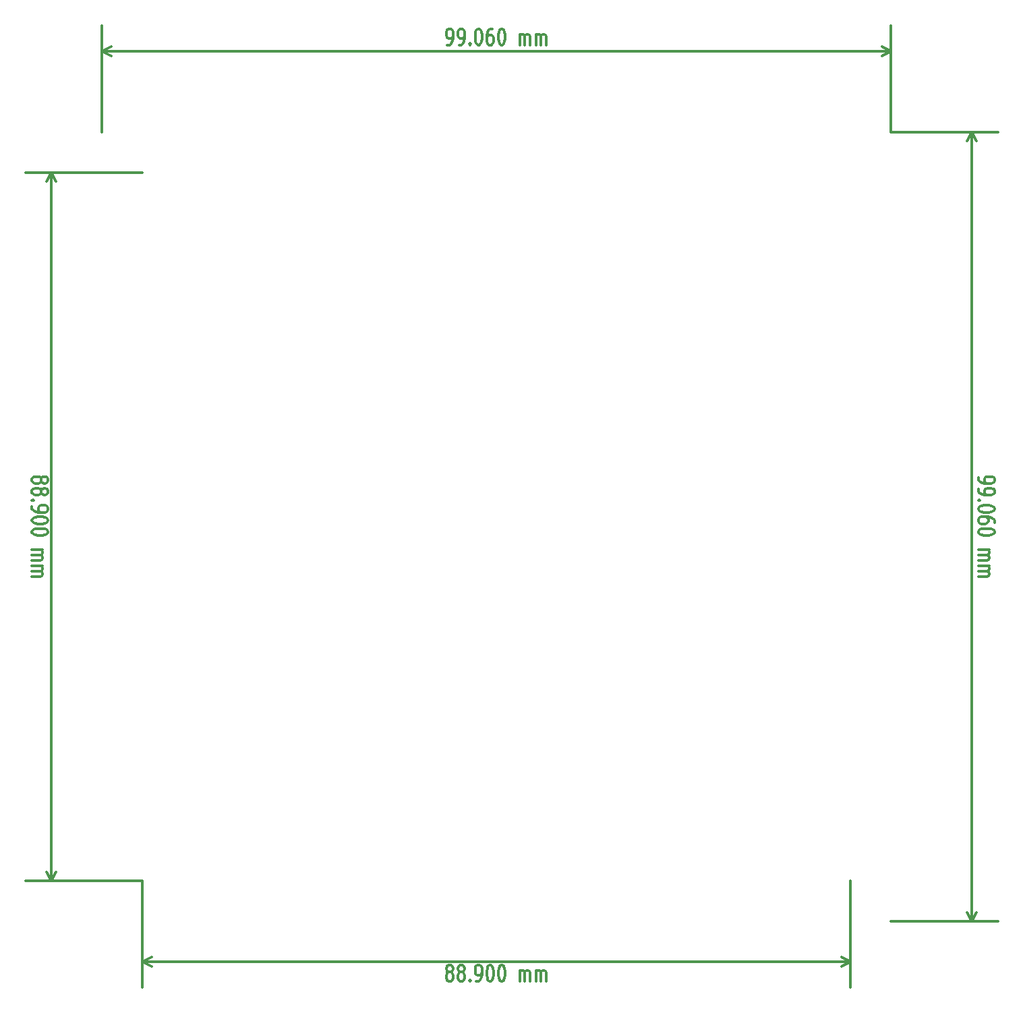
<source format=gbr>
G04 (created by PCBNEW-RS274X (2012-01-19 BZR 3256)-stable) date 5/12/2014 21:22:13*
G01*
G70*
G90*
%MOIN*%
G04 Gerber Fmt 3.4, Leading zero omitted, Abs format*
%FSLAX34Y34*%
G04 APERTURE LIST*
%ADD10C,0.006000*%
%ADD11C,0.012000*%
G04 APERTURE END LIST*
G54D10*
G54D11*
X08994Y-31130D02*
X09032Y-31072D01*
X09071Y-31044D01*
X09147Y-31015D01*
X09185Y-31015D01*
X09261Y-31044D01*
X09299Y-31072D01*
X09337Y-31130D01*
X09337Y-31244D01*
X09299Y-31301D01*
X09261Y-31330D01*
X09185Y-31358D01*
X09147Y-31358D01*
X09071Y-31330D01*
X09032Y-31301D01*
X08994Y-31244D01*
X08994Y-31130D01*
X08956Y-31072D01*
X08918Y-31044D01*
X08842Y-31015D01*
X08690Y-31015D01*
X08613Y-31044D01*
X08575Y-31072D01*
X08537Y-31130D01*
X08537Y-31244D01*
X08575Y-31301D01*
X08613Y-31330D01*
X08690Y-31358D01*
X08842Y-31358D01*
X08918Y-31330D01*
X08956Y-31301D01*
X08994Y-31244D01*
X08994Y-31701D02*
X09032Y-31643D01*
X09071Y-31615D01*
X09147Y-31586D01*
X09185Y-31586D01*
X09261Y-31615D01*
X09299Y-31643D01*
X09337Y-31701D01*
X09337Y-31815D01*
X09299Y-31872D01*
X09261Y-31901D01*
X09185Y-31929D01*
X09147Y-31929D01*
X09071Y-31901D01*
X09032Y-31872D01*
X08994Y-31815D01*
X08994Y-31701D01*
X08956Y-31643D01*
X08918Y-31615D01*
X08842Y-31586D01*
X08690Y-31586D01*
X08613Y-31615D01*
X08575Y-31643D01*
X08537Y-31701D01*
X08537Y-31815D01*
X08575Y-31872D01*
X08613Y-31901D01*
X08690Y-31929D01*
X08842Y-31929D01*
X08918Y-31901D01*
X08956Y-31872D01*
X08994Y-31815D01*
X08613Y-32186D02*
X08575Y-32214D01*
X08537Y-32186D01*
X08575Y-32157D01*
X08613Y-32186D01*
X08537Y-32186D01*
X08537Y-32500D02*
X08537Y-32615D01*
X08575Y-32672D01*
X08613Y-32700D01*
X08728Y-32758D01*
X08880Y-32786D01*
X09185Y-32786D01*
X09261Y-32758D01*
X09299Y-32729D01*
X09337Y-32672D01*
X09337Y-32558D01*
X09299Y-32500D01*
X09261Y-32472D01*
X09185Y-32443D01*
X08994Y-32443D01*
X08918Y-32472D01*
X08880Y-32500D01*
X08842Y-32558D01*
X08842Y-32672D01*
X08880Y-32729D01*
X08918Y-32758D01*
X08994Y-32786D01*
X09337Y-33157D02*
X09337Y-33214D01*
X09299Y-33271D01*
X09261Y-33300D01*
X09185Y-33329D01*
X09032Y-33357D01*
X08842Y-33357D01*
X08690Y-33329D01*
X08613Y-33300D01*
X08575Y-33271D01*
X08537Y-33214D01*
X08537Y-33157D01*
X08575Y-33100D01*
X08613Y-33071D01*
X08690Y-33043D01*
X08842Y-33014D01*
X09032Y-33014D01*
X09185Y-33043D01*
X09261Y-33071D01*
X09299Y-33100D01*
X09337Y-33157D01*
X09337Y-33728D02*
X09337Y-33785D01*
X09299Y-33842D01*
X09261Y-33871D01*
X09185Y-33900D01*
X09032Y-33928D01*
X08842Y-33928D01*
X08690Y-33900D01*
X08613Y-33871D01*
X08575Y-33842D01*
X08537Y-33785D01*
X08537Y-33728D01*
X08575Y-33671D01*
X08613Y-33642D01*
X08690Y-33614D01*
X08842Y-33585D01*
X09032Y-33585D01*
X09185Y-33614D01*
X09261Y-33642D01*
X09299Y-33671D01*
X09337Y-33728D01*
X08537Y-34642D02*
X09071Y-34642D01*
X08994Y-34642D02*
X09032Y-34670D01*
X09071Y-34728D01*
X09071Y-34813D01*
X09032Y-34870D01*
X08956Y-34899D01*
X08537Y-34899D01*
X08956Y-34899D02*
X09032Y-34928D01*
X09071Y-34985D01*
X09071Y-35070D01*
X09032Y-35128D01*
X08956Y-35156D01*
X08537Y-35156D01*
X08537Y-35442D02*
X09071Y-35442D01*
X08994Y-35442D02*
X09032Y-35470D01*
X09071Y-35528D01*
X09071Y-35613D01*
X09032Y-35670D01*
X08956Y-35699D01*
X08537Y-35699D01*
X08956Y-35699D02*
X09032Y-35728D01*
X09071Y-35785D01*
X09071Y-35870D01*
X09032Y-35928D01*
X08956Y-35956D01*
X08537Y-35956D01*
X09501Y-16000D02*
X09501Y-51000D01*
X14000Y-16000D02*
X08221Y-16000D01*
X14000Y-51000D02*
X08221Y-51000D01*
X09501Y-51000D02*
X09271Y-50557D01*
X09501Y-51000D02*
X09731Y-50557D01*
X09501Y-16000D02*
X09271Y-16443D01*
X09501Y-16000D02*
X09731Y-16443D01*
X29130Y-55506D02*
X29072Y-55468D01*
X29044Y-55429D01*
X29015Y-55353D01*
X29015Y-55315D01*
X29044Y-55239D01*
X29072Y-55201D01*
X29130Y-55163D01*
X29244Y-55163D01*
X29301Y-55201D01*
X29330Y-55239D01*
X29358Y-55315D01*
X29358Y-55353D01*
X29330Y-55429D01*
X29301Y-55468D01*
X29244Y-55506D01*
X29130Y-55506D01*
X29072Y-55544D01*
X29044Y-55582D01*
X29015Y-55658D01*
X29015Y-55810D01*
X29044Y-55887D01*
X29072Y-55925D01*
X29130Y-55963D01*
X29244Y-55963D01*
X29301Y-55925D01*
X29330Y-55887D01*
X29358Y-55810D01*
X29358Y-55658D01*
X29330Y-55582D01*
X29301Y-55544D01*
X29244Y-55506D01*
X29701Y-55506D02*
X29643Y-55468D01*
X29615Y-55429D01*
X29586Y-55353D01*
X29586Y-55315D01*
X29615Y-55239D01*
X29643Y-55201D01*
X29701Y-55163D01*
X29815Y-55163D01*
X29872Y-55201D01*
X29901Y-55239D01*
X29929Y-55315D01*
X29929Y-55353D01*
X29901Y-55429D01*
X29872Y-55468D01*
X29815Y-55506D01*
X29701Y-55506D01*
X29643Y-55544D01*
X29615Y-55582D01*
X29586Y-55658D01*
X29586Y-55810D01*
X29615Y-55887D01*
X29643Y-55925D01*
X29701Y-55963D01*
X29815Y-55963D01*
X29872Y-55925D01*
X29901Y-55887D01*
X29929Y-55810D01*
X29929Y-55658D01*
X29901Y-55582D01*
X29872Y-55544D01*
X29815Y-55506D01*
X30186Y-55887D02*
X30214Y-55925D01*
X30186Y-55963D01*
X30157Y-55925D01*
X30186Y-55887D01*
X30186Y-55963D01*
X30500Y-55963D02*
X30615Y-55963D01*
X30672Y-55925D01*
X30700Y-55887D01*
X30758Y-55772D01*
X30786Y-55620D01*
X30786Y-55315D01*
X30758Y-55239D01*
X30729Y-55201D01*
X30672Y-55163D01*
X30558Y-55163D01*
X30500Y-55201D01*
X30472Y-55239D01*
X30443Y-55315D01*
X30443Y-55506D01*
X30472Y-55582D01*
X30500Y-55620D01*
X30558Y-55658D01*
X30672Y-55658D01*
X30729Y-55620D01*
X30758Y-55582D01*
X30786Y-55506D01*
X31157Y-55163D02*
X31214Y-55163D01*
X31271Y-55201D01*
X31300Y-55239D01*
X31329Y-55315D01*
X31357Y-55468D01*
X31357Y-55658D01*
X31329Y-55810D01*
X31300Y-55887D01*
X31271Y-55925D01*
X31214Y-55963D01*
X31157Y-55963D01*
X31100Y-55925D01*
X31071Y-55887D01*
X31043Y-55810D01*
X31014Y-55658D01*
X31014Y-55468D01*
X31043Y-55315D01*
X31071Y-55239D01*
X31100Y-55201D01*
X31157Y-55163D01*
X31728Y-55163D02*
X31785Y-55163D01*
X31842Y-55201D01*
X31871Y-55239D01*
X31900Y-55315D01*
X31928Y-55468D01*
X31928Y-55658D01*
X31900Y-55810D01*
X31871Y-55887D01*
X31842Y-55925D01*
X31785Y-55963D01*
X31728Y-55963D01*
X31671Y-55925D01*
X31642Y-55887D01*
X31614Y-55810D01*
X31585Y-55658D01*
X31585Y-55468D01*
X31614Y-55315D01*
X31642Y-55239D01*
X31671Y-55201D01*
X31728Y-55163D01*
X32642Y-55963D02*
X32642Y-55429D01*
X32642Y-55506D02*
X32670Y-55468D01*
X32728Y-55429D01*
X32813Y-55429D01*
X32870Y-55468D01*
X32899Y-55544D01*
X32899Y-55963D01*
X32899Y-55544D02*
X32928Y-55468D01*
X32985Y-55429D01*
X33070Y-55429D01*
X33128Y-55468D01*
X33156Y-55544D01*
X33156Y-55963D01*
X33442Y-55963D02*
X33442Y-55429D01*
X33442Y-55506D02*
X33470Y-55468D01*
X33528Y-55429D01*
X33613Y-55429D01*
X33670Y-55468D01*
X33699Y-55544D01*
X33699Y-55963D01*
X33699Y-55544D02*
X33728Y-55468D01*
X33785Y-55429D01*
X33870Y-55429D01*
X33928Y-55468D01*
X33956Y-55544D01*
X33956Y-55963D01*
X14000Y-54999D02*
X49000Y-54999D01*
X14000Y-51000D02*
X14000Y-56279D01*
X49000Y-51000D02*
X49000Y-56279D01*
X49000Y-54999D02*
X48557Y-55229D01*
X49000Y-54999D02*
X48557Y-54769D01*
X14000Y-54999D02*
X14443Y-55229D01*
X14000Y-54999D02*
X14443Y-54769D01*
X55315Y-31072D02*
X55315Y-31187D01*
X55353Y-31244D01*
X55391Y-31272D01*
X55506Y-31330D01*
X55658Y-31358D01*
X55963Y-31358D01*
X56039Y-31330D01*
X56077Y-31301D01*
X56115Y-31244D01*
X56115Y-31130D01*
X56077Y-31072D01*
X56039Y-31044D01*
X55963Y-31015D01*
X55772Y-31015D01*
X55696Y-31044D01*
X55658Y-31072D01*
X55620Y-31130D01*
X55620Y-31244D01*
X55658Y-31301D01*
X55696Y-31330D01*
X55772Y-31358D01*
X55315Y-31643D02*
X55315Y-31758D01*
X55353Y-31815D01*
X55391Y-31843D01*
X55506Y-31901D01*
X55658Y-31929D01*
X55963Y-31929D01*
X56039Y-31901D01*
X56077Y-31872D01*
X56115Y-31815D01*
X56115Y-31701D01*
X56077Y-31643D01*
X56039Y-31615D01*
X55963Y-31586D01*
X55772Y-31586D01*
X55696Y-31615D01*
X55658Y-31643D01*
X55620Y-31701D01*
X55620Y-31815D01*
X55658Y-31872D01*
X55696Y-31901D01*
X55772Y-31929D01*
X55391Y-32186D02*
X55353Y-32214D01*
X55315Y-32186D01*
X55353Y-32157D01*
X55391Y-32186D01*
X55315Y-32186D01*
X56115Y-32586D02*
X56115Y-32643D01*
X56077Y-32700D01*
X56039Y-32729D01*
X55963Y-32758D01*
X55810Y-32786D01*
X55620Y-32786D01*
X55468Y-32758D01*
X55391Y-32729D01*
X55353Y-32700D01*
X55315Y-32643D01*
X55315Y-32586D01*
X55353Y-32529D01*
X55391Y-32500D01*
X55468Y-32472D01*
X55620Y-32443D01*
X55810Y-32443D01*
X55963Y-32472D01*
X56039Y-32500D01*
X56077Y-32529D01*
X56115Y-32586D01*
X56115Y-33300D02*
X56115Y-33186D01*
X56077Y-33129D01*
X56039Y-33100D01*
X55925Y-33043D01*
X55772Y-33014D01*
X55468Y-33014D01*
X55391Y-33043D01*
X55353Y-33071D01*
X55315Y-33129D01*
X55315Y-33243D01*
X55353Y-33300D01*
X55391Y-33329D01*
X55468Y-33357D01*
X55658Y-33357D01*
X55734Y-33329D01*
X55772Y-33300D01*
X55810Y-33243D01*
X55810Y-33129D01*
X55772Y-33071D01*
X55734Y-33043D01*
X55658Y-33014D01*
X56115Y-33728D02*
X56115Y-33785D01*
X56077Y-33842D01*
X56039Y-33871D01*
X55963Y-33900D01*
X55810Y-33928D01*
X55620Y-33928D01*
X55468Y-33900D01*
X55391Y-33871D01*
X55353Y-33842D01*
X55315Y-33785D01*
X55315Y-33728D01*
X55353Y-33671D01*
X55391Y-33642D01*
X55468Y-33614D01*
X55620Y-33585D01*
X55810Y-33585D01*
X55963Y-33614D01*
X56039Y-33642D01*
X56077Y-33671D01*
X56115Y-33728D01*
X55315Y-34642D02*
X55849Y-34642D01*
X55772Y-34642D02*
X55810Y-34670D01*
X55849Y-34728D01*
X55849Y-34813D01*
X55810Y-34870D01*
X55734Y-34899D01*
X55315Y-34899D01*
X55734Y-34899D02*
X55810Y-34928D01*
X55849Y-34985D01*
X55849Y-35070D01*
X55810Y-35128D01*
X55734Y-35156D01*
X55315Y-35156D01*
X55315Y-35442D02*
X55849Y-35442D01*
X55772Y-35442D02*
X55810Y-35470D01*
X55849Y-35528D01*
X55849Y-35613D01*
X55810Y-35670D01*
X55734Y-35699D01*
X55315Y-35699D01*
X55734Y-35699D02*
X55810Y-35728D01*
X55849Y-35785D01*
X55849Y-35870D01*
X55810Y-35928D01*
X55734Y-35956D01*
X55315Y-35956D01*
X54999Y-14000D02*
X54999Y-53000D01*
X51000Y-14000D02*
X56279Y-14000D01*
X51000Y-53000D02*
X56279Y-53000D01*
X54999Y-53000D02*
X54769Y-52557D01*
X54999Y-53000D02*
X55229Y-52557D01*
X54999Y-14000D02*
X54769Y-14443D01*
X54999Y-14000D02*
X55229Y-14443D01*
X29072Y-09685D02*
X29187Y-09685D01*
X29244Y-09647D01*
X29272Y-09609D01*
X29330Y-09494D01*
X29358Y-09342D01*
X29358Y-09037D01*
X29330Y-08961D01*
X29301Y-08923D01*
X29244Y-08885D01*
X29130Y-08885D01*
X29072Y-08923D01*
X29044Y-08961D01*
X29015Y-09037D01*
X29015Y-09228D01*
X29044Y-09304D01*
X29072Y-09342D01*
X29130Y-09380D01*
X29244Y-09380D01*
X29301Y-09342D01*
X29330Y-09304D01*
X29358Y-09228D01*
X29643Y-09685D02*
X29758Y-09685D01*
X29815Y-09647D01*
X29843Y-09609D01*
X29901Y-09494D01*
X29929Y-09342D01*
X29929Y-09037D01*
X29901Y-08961D01*
X29872Y-08923D01*
X29815Y-08885D01*
X29701Y-08885D01*
X29643Y-08923D01*
X29615Y-08961D01*
X29586Y-09037D01*
X29586Y-09228D01*
X29615Y-09304D01*
X29643Y-09342D01*
X29701Y-09380D01*
X29815Y-09380D01*
X29872Y-09342D01*
X29901Y-09304D01*
X29929Y-09228D01*
X30186Y-09609D02*
X30214Y-09647D01*
X30186Y-09685D01*
X30157Y-09647D01*
X30186Y-09609D01*
X30186Y-09685D01*
X30586Y-08885D02*
X30643Y-08885D01*
X30700Y-08923D01*
X30729Y-08961D01*
X30758Y-09037D01*
X30786Y-09190D01*
X30786Y-09380D01*
X30758Y-09532D01*
X30729Y-09609D01*
X30700Y-09647D01*
X30643Y-09685D01*
X30586Y-09685D01*
X30529Y-09647D01*
X30500Y-09609D01*
X30472Y-09532D01*
X30443Y-09380D01*
X30443Y-09190D01*
X30472Y-09037D01*
X30500Y-08961D01*
X30529Y-08923D01*
X30586Y-08885D01*
X31300Y-08885D02*
X31186Y-08885D01*
X31129Y-08923D01*
X31100Y-08961D01*
X31043Y-09075D01*
X31014Y-09228D01*
X31014Y-09532D01*
X31043Y-09609D01*
X31071Y-09647D01*
X31129Y-09685D01*
X31243Y-09685D01*
X31300Y-09647D01*
X31329Y-09609D01*
X31357Y-09532D01*
X31357Y-09342D01*
X31329Y-09266D01*
X31300Y-09228D01*
X31243Y-09190D01*
X31129Y-09190D01*
X31071Y-09228D01*
X31043Y-09266D01*
X31014Y-09342D01*
X31728Y-08885D02*
X31785Y-08885D01*
X31842Y-08923D01*
X31871Y-08961D01*
X31900Y-09037D01*
X31928Y-09190D01*
X31928Y-09380D01*
X31900Y-09532D01*
X31871Y-09609D01*
X31842Y-09647D01*
X31785Y-09685D01*
X31728Y-09685D01*
X31671Y-09647D01*
X31642Y-09609D01*
X31614Y-09532D01*
X31585Y-09380D01*
X31585Y-09190D01*
X31614Y-09037D01*
X31642Y-08961D01*
X31671Y-08923D01*
X31728Y-08885D01*
X32642Y-09685D02*
X32642Y-09151D01*
X32642Y-09228D02*
X32670Y-09190D01*
X32728Y-09151D01*
X32813Y-09151D01*
X32870Y-09190D01*
X32899Y-09266D01*
X32899Y-09685D01*
X32899Y-09266D02*
X32928Y-09190D01*
X32985Y-09151D01*
X33070Y-09151D01*
X33128Y-09190D01*
X33156Y-09266D01*
X33156Y-09685D01*
X33442Y-09685D02*
X33442Y-09151D01*
X33442Y-09228D02*
X33470Y-09190D01*
X33528Y-09151D01*
X33613Y-09151D01*
X33670Y-09190D01*
X33699Y-09266D01*
X33699Y-09685D01*
X33699Y-09266D02*
X33728Y-09190D01*
X33785Y-09151D01*
X33870Y-09151D01*
X33928Y-09190D01*
X33956Y-09266D01*
X33956Y-09685D01*
X12000Y-10001D02*
X51000Y-10001D01*
X12000Y-14000D02*
X12000Y-08721D01*
X51000Y-14000D02*
X51000Y-08721D01*
X51000Y-10001D02*
X50557Y-10231D01*
X51000Y-10001D02*
X50557Y-09771D01*
X12000Y-10001D02*
X12443Y-10231D01*
X12000Y-10001D02*
X12443Y-09771D01*
M02*

</source>
